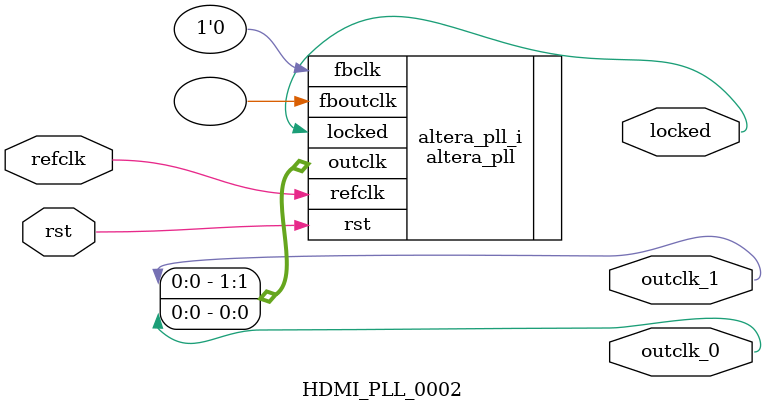
<source format=v>
`timescale 1ns/10ps
module  HDMI_PLL_0002(

	// interface 'refclk'
	input wire refclk,

	// interface 'reset'
	input wire rst,

	// interface 'outclk0'
	output wire outclk_0,

	// interface 'outclk1'
	output wire outclk_1,

	// interface 'locked'
	output wire locked
);

	altera_pll #(
		.fractional_vco_multiplier("false"),
		.reference_clock_frequency("50.0 MHz"),
		.operation_mode("normal"),
		.number_of_clocks(2),
		.output_clock_frequency0("12.500000 MHz"),
		.phase_shift0("0 ps"),
		.duty_cycle0(50),
		.output_clock_frequency1("1.000000 MHz"),
		.phase_shift1("0 ps"),
		.duty_cycle1(50),
		.output_clock_frequency2("0 MHz"),
		.phase_shift2("0 ps"),
		.duty_cycle2(50),
		.output_clock_frequency3("0 MHz"),
		.phase_shift3("0 ps"),
		.duty_cycle3(50),
		.output_clock_frequency4("0 MHz"),
		.phase_shift4("0 ps"),
		.duty_cycle4(50),
		.output_clock_frequency5("0 MHz"),
		.phase_shift5("0 ps"),
		.duty_cycle5(50),
		.output_clock_frequency6("0 MHz"),
		.phase_shift6("0 ps"),
		.duty_cycle6(50),
		.output_clock_frequency7("0 MHz"),
		.phase_shift7("0 ps"),
		.duty_cycle7(50),
		.output_clock_frequency8("0 MHz"),
		.phase_shift8("0 ps"),
		.duty_cycle8(50),
		.output_clock_frequency9("0 MHz"),
		.phase_shift9("0 ps"),
		.duty_cycle9(50),
		.output_clock_frequency10("0 MHz"),
		.phase_shift10("0 ps"),
		.duty_cycle10(50),
		.output_clock_frequency11("0 MHz"),
		.phase_shift11("0 ps"),
		.duty_cycle11(50),
		.output_clock_frequency12("0 MHz"),
		.phase_shift12("0 ps"),
		.duty_cycle12(50),
		.output_clock_frequency13("0 MHz"),
		.phase_shift13("0 ps"),
		.duty_cycle13(50),
		.output_clock_frequency14("0 MHz"),
		.phase_shift14("0 ps"),
		.duty_cycle14(50),
		.output_clock_frequency15("0 MHz"),
		.phase_shift15("0 ps"),
		.duty_cycle15(50),
		.output_clock_frequency16("0 MHz"),
		.phase_shift16("0 ps"),
		.duty_cycle16(50),
		.output_clock_frequency17("0 MHz"),
		.phase_shift17("0 ps"),
		.duty_cycle17(50),
		.pll_type("General"),
		.pll_subtype("General")
	) altera_pll_i (
		.rst	(rst),
		.outclk	({outclk_1, outclk_0}),
		.locked	(locked),
		.fboutclk	( ),
		.fbclk	(1'b0),
		.refclk	(refclk)
	);
endmodule


</source>
